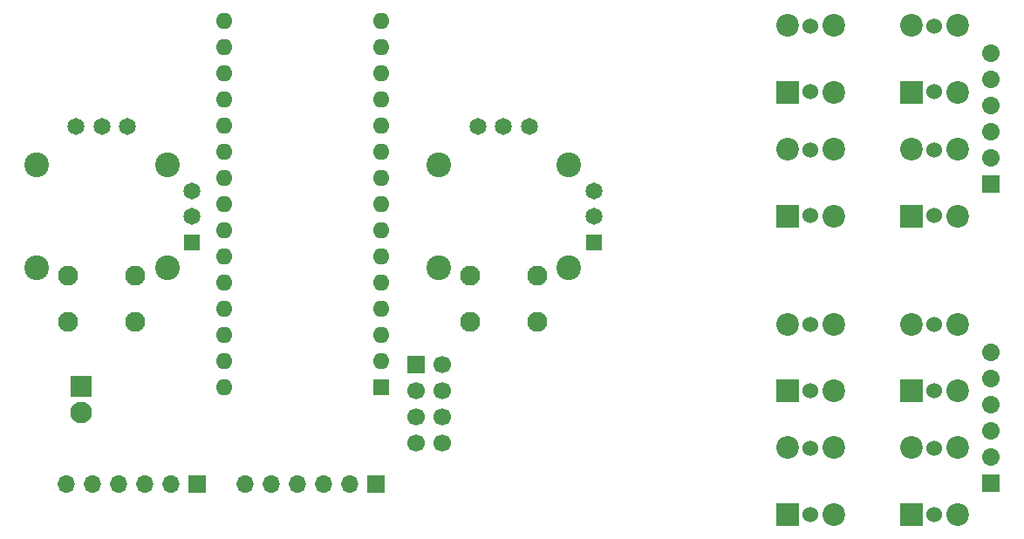
<source format=gbs>
%MOIN*%
%OFA0B0*%
%FSLAX46Y46*%
%IPPOS*%
%LPD*%
%AMHorizOval0*
20,1,$1,$2,$3,$4,$5,45*
1,1,$1,$2,$3*
1,1,$1,$2,$3*%
%AMRotRect0*
21,1,$1,$2,0,0,$3*%
%AMCOMP100*
4,1,3,
0.043307086614173228,-0.043307086614173235,
0.043307086614173235,0.043307086614173228,
-0.043307086614173228,0.043307086614173235,
-0.043307086614173235,-0.043307086614173228,
0*%
%AMCOMP110*
4,1,3,
0.033464566929133861,0.033464566929133847,
-0.033464566929133847,0.033464566929133861,
-0.033464566929133861,-0.033464566929133847,
0.033464566929133847,-0.033464566929133861,
0*%
%AMCOMP120*
4,1,2,
0,0,
0,0,
0,0,
0*
4,1,19,
-0.02366302220506163,0.023663022205061633,
-0.015192595463724989,0.029817147462996563,
-0.0052350116253620533,0.033052562578971149,
0.0052350116253620576,0.033052562578971149,
0.015192595463724992,0.029817147462996556,
0.023663022205061633,0.02366302220506163,
0.029817147462996567,0.015192595463724992,
0.033052562578971142,0.0052350116253620559,
0.033052562578971149,-0.0052350116253620533,
0.029817147462996563,-0.015192595463724992,
0.023663022205061633,-0.02366302220506163,
0.015192595463724978,-0.02981714746299657,
0.0052350116253620576,-0.033052562578971149,
-0.0052350116253620533,-0.033052562578971149,
-0.015192595463724989,-0.029817147462996563,
-0.02366302220506163,-0.023663022205061633,
-0.029817147462996563,-0.015192595463724997,
-0.033052562578971142,-0.005235011625362062,
-0.033052562578971149,0.0052350116253620516,
-0.029817147462996563,0.015192595463724989,
0*
4,1,19,
-0.02366302220506163,0.023663022205061633,
-0.015192595463724989,0.029817147462996563,
-0.0052350116253620533,0.033052562578971149,
0.0052350116253620576,0.033052562578971149,
0.015192595463724992,0.029817147462996556,
0.023663022205061633,0.02366302220506163,
0.029817147462996567,0.015192595463724992,
0.033052562578971142,0.0052350116253620559,
0.033052562578971149,-0.0052350116253620533,
0.029817147462996563,-0.015192595463724992,
0.023663022205061633,-0.02366302220506163,
0.015192595463724978,-0.02981714746299657,
0.0052350116253620576,-0.033052562578971149,
-0.0052350116253620533,-0.033052562578971149,
-0.015192595463724989,-0.029817147462996563,
-0.02366302220506163,-0.023663022205061633,
-0.029817147462996563,-0.015192595463724997,
-0.033052562578971142,-0.005235011625362062,
-0.033052562578971149,0.0052350116253620516,
-0.029817147462996563,0.015192595463724989,
0*%
%AMHorizOval1*
20,1,$1,$2,$3,$4,$5,45*
1,1,$1,$2,$3*
1,1,$1,$2,$3*%
%AMRotRect1*
21,1,$1,$2,0,0,$3*%
%AMCOMP280*
4,1,3,
0.033464566929133861,0.033464566929133847,
-0.033464566929133847,0.033464566929133861,
-0.033464566929133861,-0.033464566929133847,
0.033464566929133847,-0.033464566929133861,
0*%
%AMCOMP290*
4,1,2,
0,0,
0,0,
0,0,
0*
4,1,19,
-0.02366302220506163,0.023663022205061633,
-0.015192595463724989,0.029817147462996563,
-0.0052350116253620533,0.033052562578971149,
0.0052350116253620576,0.033052562578971149,
0.015192595463724992,0.029817147462996556,
0.023663022205061633,0.02366302220506163,
0.029817147462996567,0.015192595463724992,
0.033052562578971142,0.0052350116253620559,
0.033052562578971149,-0.0052350116253620533,
0.029817147462996563,-0.015192595463724992,
0.023663022205061633,-0.02366302220506163,
0.015192595463724978,-0.02981714746299657,
0.0052350116253620576,-0.033052562578971149,
-0.0052350116253620533,-0.033052562578971149,
-0.015192595463724989,-0.029817147462996563,
-0.02366302220506163,-0.023663022205061633,
-0.029817147462996563,-0.015192595463724997,
-0.033052562578971142,-0.005235011625362062,
-0.033052562578971149,0.0052350116253620516,
-0.029817147462996563,0.015192595463724989,
0*
4,1,19,
-0.02366302220506163,0.023663022205061633,
-0.015192595463724989,0.029817147462996563,
-0.0052350116253620533,0.033052562578971149,
0.0052350116253620576,0.033052562578971149,
0.015192595463724992,0.029817147462996556,
0.023663022205061633,0.02366302220506163,
0.029817147462996567,0.015192595463724992,
0.033052562578971142,0.0052350116253620559,
0.033052562578971149,-0.0052350116253620533,
0.029817147462996563,-0.015192595463724992,
0.023663022205061633,-0.02366302220506163,
0.015192595463724978,-0.02981714746299657,
0.0052350116253620576,-0.033052562578971149,
-0.0052350116253620533,-0.033052562578971149,
-0.015192595463724989,-0.029817147462996563,
-0.02366302220506163,-0.023663022205061633,
-0.029817147462996563,-0.015192595463724997,
-0.033052562578971142,-0.005235011625362062,
-0.033052562578971149,0.0052350116253620516,
-0.029817147462996563,0.015192595463724989,
0*%
%AMCOMP300*
4,1,3,
0.043307086614173228,-0.043307086614173235,
0.043307086614173235,0.043307086614173228,
-0.043307086614173228,0.043307086614173235,
-0.043307086614173235,-0.043307086614173228,
0*%
%ADD10R,0.082677165354330714X0.082677165354330714*%
%ADD11C,0.082677165354330714*%
%ADD12R,0.066929133858267723X0.066929133858267723*%
%ADD13C,0.066929133858267723*%
%ADD14R,0.062992125984251982X0.062992125984251982*%
%ADD15O,0.062992125984251982X0.062992125984251982*%
%ADD16O,0.066929133858267723X0.066929133858267723*%
%ADD17C,0.064960629921259838*%
%ADD18R,0.064960629921259838X0.064960629921259838*%
%ADD19C,0.094488188976377951*%
%ADD20C,0.076771653543307089*%
%AMCOMP43*
4,1,3,
0.043307086614173228,-0.043307086614173235,
0.043307086614173235,0.043307086614173228,
-0.043307086614173228,0.043307086614173235,
-0.043307086614173235,-0.043307086614173228,
0*%
%ADD31COMP43,2.2X2.2X45*%
%ADD32C,0.086614173228346469*%
%ADD33C,0.060000000000000005*%
%AMCOMP44*
4,1,3,
0.033464566929133861,0.033464566929133847,
-0.033464566929133847,0.033464566929133861,
-0.033464566929133861,-0.033464566929133847,
0.033464566929133847,-0.033464566929133861,
0*%
%ADD34COMP44,1.7X1.7X135*%
%AMCOMP45*
4,1,1,
0,0,
0,0,
0*
4,1,19,
-0.02366302220506163,0.023663022205061633,
-0.015192595463724989,0.029817147462996563,
-0.0052350116253620533,0.033052562578971149,
0.0052350116253620576,0.033052562578971149,
0.015192595463724992,0.029817147462996556,
0.023663022205061633,0.02366302220506163,
0.029817147462996567,0.015192595463724992,
0.033052562578971142,0.0052350116253620559,
0.033052562578971149,-0.0052350116253620533,
0.029817147462996563,-0.015192595463724992,
0.023663022205061633,-0.02366302220506163,
0.015192595463724978,-0.02981714746299657,
0.0052350116253620576,-0.033052562578971149,
-0.0052350116253620533,-0.033052562578971149,
-0.015192595463724989,-0.029817147462996563,
-0.02366302220506163,-0.023663022205061633,
-0.029817147462996563,-0.015192595463724997,
-0.033052562578971142,-0.005235011625362062,
-0.033052562578971149,0.0052350116253620516,
-0.029817147462996563,0.015192595463724989,
0*
4,1,19,
-0.02366302220506163,0.023663022205061633,
-0.015192595463724989,0.029817147462996563,
-0.0052350116253620533,0.033052562578971149,
0.0052350116253620576,0.033052562578971149,
0.015192595463724992,0.029817147462996556,
0.023663022205061633,0.02366302220506163,
0.029817147462996567,0.015192595463724992,
0.033052562578971142,0.0052350116253620559,
0.033052562578971149,-0.0052350116253620533,
0.029817147462996563,-0.015192595463724992,
0.023663022205061633,-0.02366302220506163,
0.015192595463724978,-0.02981714746299657,
0.0052350116253620576,-0.033052562578971149,
-0.0052350116253620533,-0.033052562578971149,
-0.015192595463724989,-0.029817147462996563,
-0.02366302220506163,-0.023663022205061633,
-0.029817147462996563,-0.015192595463724997,
-0.033052562578971142,-0.005235011625362062,
-0.033052562578971149,0.0052350116253620516,
-0.029817147462996563,0.015192595463724989,
0*%
%ADD35COMP45,1.7X0X0X0X0X0*%
%AMCOMP46*
4,1,3,
0.033464566929133861,0.033464566929133847,
-0.033464566929133847,0.033464566929133861,
-0.033464566929133861,-0.033464566929133847,
0.033464566929133847,-0.033464566929133861,
0*%
%ADD36COMP46,1.7X1.7X135*%
%AMCOMP47*
4,1,1,
0,0,
0,0,
0*
4,1,19,
-0.02366302220506163,0.023663022205061633,
-0.015192595463724989,0.029817147462996563,
-0.0052350116253620533,0.033052562578971149,
0.0052350116253620576,0.033052562578971149,
0.015192595463724992,0.029817147462996556,
0.023663022205061633,0.02366302220506163,
0.029817147462996567,0.015192595463724992,
0.033052562578971142,0.0052350116253620559,
0.033052562578971149,-0.0052350116253620533,
0.029817147462996563,-0.015192595463724992,
0.023663022205061633,-0.02366302220506163,
0.015192595463724978,-0.02981714746299657,
0.0052350116253620576,-0.033052562578971149,
-0.0052350116253620533,-0.033052562578971149,
-0.015192595463724989,-0.029817147462996563,
-0.02366302220506163,-0.023663022205061633,
-0.029817147462996563,-0.015192595463724997,
-0.033052562578971142,-0.005235011625362062,
-0.033052562578971149,0.0052350116253620516,
-0.029817147462996563,0.015192595463724989,
0*
4,1,19,
-0.02366302220506163,0.023663022205061633,
-0.015192595463724989,0.029817147462996563,
-0.0052350116253620533,0.033052562578971149,
0.0052350116253620576,0.033052562578971149,
0.015192595463724992,0.029817147462996556,
0.023663022205061633,0.02366302220506163,
0.029817147462996567,0.015192595463724992,
0.033052562578971142,0.0052350116253620559,
0.033052562578971149,-0.0052350116253620533,
0.029817147462996563,-0.015192595463724992,
0.023663022205061633,-0.02366302220506163,
0.015192595463724978,-0.02981714746299657,
0.0052350116253620576,-0.033052562578971149,
-0.0052350116253620533,-0.033052562578971149,
-0.015192595463724989,-0.029817147462996563,
-0.02366302220506163,-0.023663022205061633,
-0.029817147462996563,-0.015192595463724997,
-0.033052562578971142,-0.005235011625362062,
-0.033052562578971149,0.0052350116253620516,
-0.029817147462996563,0.015192595463724989,
0*%
%ADD37COMP47,1.7X0X0X0X0X0*%
%AMCOMP50*
4,1,3,
0.043307086614173228,-0.043307086614173235,
0.043307086614173235,0.043307086614173228,
-0.043307086614173228,0.043307086614173235,
-0.043307086614173235,-0.043307086614173228,
0*%
%ADD38COMP50,2.2X2.2X45*%
%ADD39C,0.086614173228346469*%
%ADD40C,0.060000000000000005*%
G01*
D10*
X0000000000Y0002234251D02*
X0000236220Y0000670078D03*
D11*
X0000236220Y0000570078D03*
D12*
X0001515748Y0000752952D03*
D13*
X0001615748Y0000752952D03*
X0001515748Y0000652952D03*
X0001615748Y0000652952D03*
X0001515748Y0000552952D03*
X0001615748Y0000552952D03*
X0001515748Y0000452952D03*
X0001615748Y0000452952D03*
D14*
X0001382283Y0000667322D03*
D15*
X0001382283Y0000767322D03*
X0001382283Y0000867322D03*
X0001382283Y0000967322D03*
X0001382283Y0001067322D03*
X0001382283Y0001167322D03*
X0001382283Y0001267322D03*
X0001382283Y0001367322D03*
X0001382283Y0001467322D03*
X0001382283Y0001567322D03*
X0001382283Y0001667322D03*
X0001382283Y0001767322D03*
X0001382283Y0001867322D03*
X0001382283Y0001967322D03*
X0001382283Y0002067322D03*
X0000782283Y0002067322D03*
X0000782283Y0001967322D03*
X0000782283Y0001867322D03*
X0000782283Y0001767322D03*
X0000782283Y0001667322D03*
X0000782283Y0001567322D03*
X0000782283Y0001467322D03*
X0000782283Y0001367322D03*
X0000782283Y0001267322D03*
X0000782283Y0001167322D03*
X0000782283Y0001067322D03*
X0000782283Y0000967322D03*
X0000782283Y0000867322D03*
X0000782283Y0000767322D03*
X0000782283Y0000667322D03*
D12*
X0000679133Y0000295275D03*
D16*
X0000579133Y0000295275D03*
X0000479133Y0000295275D03*
X0000379133Y0000295275D03*
X0000279133Y0000295275D03*
X0000179133Y0000295275D03*
D17*
X0000216535Y0001662598D03*
X0000314960Y0001662598D03*
X0000413385Y0001662598D03*
X0000658661Y0001417322D03*
X0000658661Y0001318897D03*
D18*
X0000658661Y0001220472D03*
D19*
X0000563976Y0001122047D03*
X0000065944Y0001122047D03*
X0000065944Y0001515748D03*
X0000563976Y0001515748D03*
D20*
X0000442913Y0000915354D03*
X0000187007Y0000915354D03*
X0000442913Y0001092519D03*
X0000187007Y0001092519D03*
X0001722440Y0001092519D03*
X0001978346Y0001092519D03*
X0001722440Y0000915354D03*
X0001978346Y0000915354D03*
D19*
X0002099409Y0001515748D03*
X0001601377Y0001515748D03*
X0001601377Y0001122047D03*
X0002099409Y0001122047D03*
D18*
X0002194094Y0001220472D03*
D17*
X0002194094Y0001318897D03*
X0002194094Y0001417322D03*
X0001948818Y0001662598D03*
X0001850393Y0001662598D03*
X0001751968Y0001662598D03*
D12*
X0001361417Y0000295275D03*
D16*
X0001261417Y0000295275D03*
X0001161417Y0000295275D03*
X0001061417Y0000295275D03*
X0000961417Y0000295275D03*
X0000861417Y0000295275D03*
G04 next file*
G04 Gerber Fmt 4.6, Leading zero omitted, Abs format (unit mm)*
G04 Created by KiCad (PCBNEW (6.0.9)) date 2023-04-13 12:37:24*
G01*
G04 APERTURE LIST*
G04 Aperture macros list*
G04 Aperture macros list end*
G04 APERTURE END LIST*
D31*
X0002716535Y0001141732D02*
X0003407440Y0001320006D03*
D32*
X0003407440Y0001575912D03*
X0003584605Y0001320006D03*
X0003584605Y0001575912D03*
D33*
X0003496023Y0001321975D03*
X0003496023Y0001573943D03*
D31*
X0002934180Y0001320006D03*
D32*
X0002934180Y0001575912D03*
X0003111345Y0001320006D03*
X0003111345Y0001575912D03*
D33*
X0003022762Y0001321975D03*
X0003022762Y0001573943D03*
D31*
X0003407440Y0001793267D03*
D32*
X0003407440Y0002049172D03*
X0003584605Y0001793267D03*
X0003584605Y0002049172D03*
D33*
X0003496023Y0001795235D03*
X0003496023Y0002047204D03*
D31*
X0002934180Y0001793267D03*
D32*
X0002934180Y0002049172D03*
X0003111345Y0001793267D03*
X0003111345Y0002049172D03*
D33*
X0003022762Y0001795235D03*
X0003022762Y0002047204D03*
D34*
X0003711774Y0001441549D03*
D35*
X0003711774Y0001541549D03*
X0003711774Y0001641549D03*
X0003711774Y0001741549D03*
X0003711774Y0001841549D03*
X0003711774Y0001941549D03*
G04 next file*
G04 Gerber Fmt 4.6, Leading zero omitted, Abs format (unit mm)*
G04 Created by KiCad (PCBNEW (6.0.9)) date 2023-04-13 12:37:54*
G01*
G04 APERTURE LIST*
G04 Aperture macros list*
G04 Aperture macros list end*
G04 APERTURE END LIST*
D36*
X0002716535Y0000000000D02*
X0003711774Y0000299817D03*
D37*
X0003711774Y0000399817D03*
X0003711774Y0000499817D03*
X0003711774Y0000599817D03*
X0003711774Y0000699817D03*
X0003711774Y0000799817D03*
D38*
X0002934180Y0000178274D03*
D39*
X0002934180Y0000434180D03*
X0003111345Y0000178274D03*
X0003111345Y0000434180D03*
D40*
X0003022762Y0000180243D03*
X0003022762Y0000432211D03*
D38*
X0002934180Y0000651535D03*
D39*
X0002934180Y0000907440D03*
X0003111345Y0000651535D03*
X0003111345Y0000907440D03*
D40*
X0003022762Y0000653503D03*
X0003022762Y0000905472D03*
D38*
X0003407440Y0000651535D03*
D39*
X0003407440Y0000907440D03*
X0003584605Y0000651535D03*
X0003584605Y0000907440D03*
D40*
X0003496023Y0000653503D03*
X0003496023Y0000905472D03*
D38*
X0003407440Y0000178274D03*
D39*
X0003407440Y0000434180D03*
X0003584605Y0000178274D03*
X0003584605Y0000434180D03*
D40*
X0003496023Y0000180243D03*
X0003496023Y0000432211D03*
M02*
</source>
